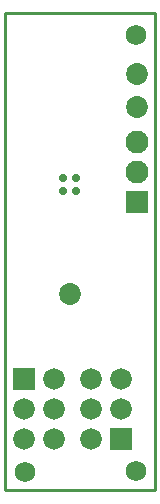
<source format=gbs>
G04*
G04 #@! TF.GenerationSoftware,Altium Limited,Altium Designer,18.0.12 (696)*
G04*
G04 Layer_Color=16711935*
%FSLAX25Y25*%
%MOIN*%
G70*
G01*
G75*
%ADD10C,0.01000*%
%ADD46C,0.07690*%
%ADD47R,0.07690X0.07690*%
%ADD48C,0.07200*%
%ADD49R,0.07200X0.07200*%
%ADD50C,0.06800*%
%ADD51C,0.07300*%
%ADD52C,0.02769*%
D10*
X212598Y277854D02*
Y437008D01*
Y277854D02*
X262598D01*
Y437008D01*
X212598D02*
X262598D01*
D46*
X256398Y394055D02*
D03*
Y384055D02*
D03*
D47*
Y374055D02*
D03*
D48*
X251083Y315118D02*
D03*
X241083D02*
D03*
X251083Y305118D02*
D03*
X241083D02*
D03*
Y295118D02*
D03*
X218898Y295059D02*
D03*
X228898D02*
D03*
X218898Y305059D02*
D03*
X228898D02*
D03*
Y315059D02*
D03*
D49*
X251083Y295118D02*
D03*
X218898Y315059D02*
D03*
D50*
X256201Y284449D02*
D03*
X218996Y284154D02*
D03*
X256004Y429724D02*
D03*
D51*
X256594Y416732D02*
D03*
X256496Y405709D02*
D03*
X234252Y343307D02*
D03*
D52*
X231693Y382087D02*
D03*
X236024D02*
D03*
X231693Y377756D02*
D03*
X236024D02*
D03*
M02*

</source>
